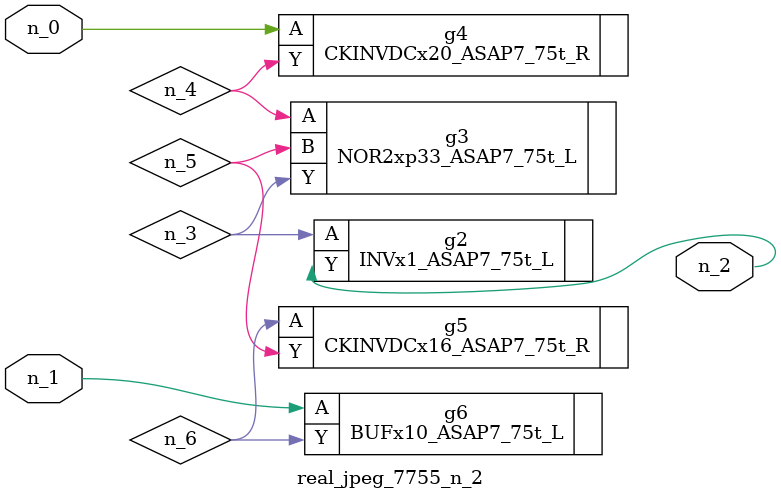
<source format=v>
module real_jpeg_7755_n_2 (n_1, n_0, n_2);

input n_1;
input n_0;

output n_2;

wire n_5;
wire n_4;
wire n_6;
wire n_3;

CKINVDCx20_ASAP7_75t_R g4 ( 
.A(n_0),
.Y(n_4)
);

BUFx10_ASAP7_75t_L g6 ( 
.A(n_1),
.Y(n_6)
);

INVx1_ASAP7_75t_L g2 ( 
.A(n_3),
.Y(n_2)
);

NOR2xp33_ASAP7_75t_L g3 ( 
.A(n_4),
.B(n_5),
.Y(n_3)
);

CKINVDCx16_ASAP7_75t_R g5 ( 
.A(n_6),
.Y(n_5)
);


endmodule
</source>
